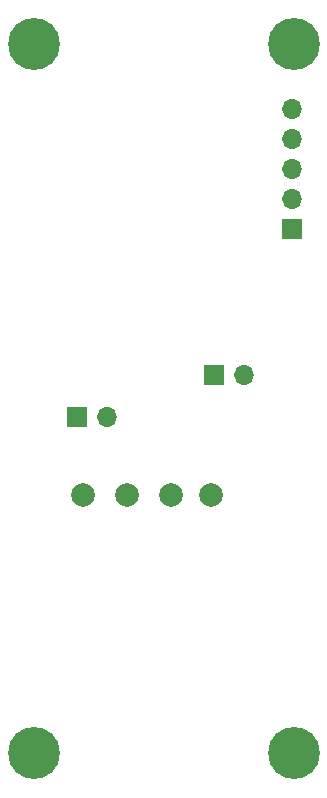
<source format=gbr>
%TF.GenerationSoftware,KiCad,Pcbnew,8.0.6*%
%TF.CreationDate,2024-12-19T09:16:50+01:00*%
%TF.ProjectId,Clicker_PCB,436c6963-6b65-4725-9f50-43422e6b6963,rev?*%
%TF.SameCoordinates,Original*%
%TF.FileFunction,Soldermask,Bot*%
%TF.FilePolarity,Negative*%
%FSLAX46Y46*%
G04 Gerber Fmt 4.6, Leading zero omitted, Abs format (unit mm)*
G04 Created by KiCad (PCBNEW 8.0.6) date 2024-12-19 09:16:50*
%MOMM*%
%LPD*%
G01*
G04 APERTURE LIST*
%ADD10C,0.700000*%
%ADD11C,4.400000*%
%ADD12R,1.700000X1.700000*%
%ADD13O,1.700000X1.700000*%
%ADD14C,2.000000*%
G04 APERTURE END LIST*
D10*
%TO.C,H1*%
X107650000Y-102275000D03*
X108133274Y-101108274D03*
X108133274Y-103441726D03*
X109300000Y-100625000D03*
D11*
X109300000Y-102275000D03*
D10*
X109300000Y-103925000D03*
X110466726Y-101108274D03*
X110466726Y-103441726D03*
X110950000Y-102275000D03*
%TD*%
D12*
%TO.C,BT1*%
X124525000Y-130249999D03*
D13*
X127065000Y-130249999D03*
%TD*%
D10*
%TO.C,H3*%
X107650000Y-162275000D03*
X108133274Y-161108274D03*
X108133274Y-163441726D03*
X109300000Y-160625000D03*
D11*
X109300000Y-162275000D03*
D10*
X109300000Y-163925000D03*
X110466726Y-161108274D03*
X110466726Y-163441726D03*
X110950000Y-162275000D03*
%TD*%
%TO.C,H2*%
X129650000Y-102275000D03*
X130133274Y-101108274D03*
X130133274Y-103441726D03*
X131300000Y-100625000D03*
D11*
X131300000Y-102275000D03*
D10*
X131300000Y-103925000D03*
X132466726Y-101108274D03*
X132466726Y-103441726D03*
X132950000Y-102275000D03*
%TD*%
D14*
%TO.C,TP5*%
X113425000Y-140400000D03*
%TD*%
D12*
%TO.C,SW1*%
X112975000Y-133800000D03*
D13*
X115515000Y-133800000D03*
%TD*%
D12*
%TO.C,J1*%
X131200000Y-117950000D03*
D13*
X131200000Y-115410000D03*
X131200000Y-112870001D03*
X131200000Y-110330000D03*
X131200000Y-107790000D03*
%TD*%
D10*
%TO.C,H4*%
X129650000Y-162275000D03*
X130133274Y-161108274D03*
X130133274Y-163441726D03*
X131300000Y-160625000D03*
D11*
X131300000Y-162275000D03*
D10*
X131300000Y-163925000D03*
X132466726Y-161108274D03*
X132466726Y-163441726D03*
X132950000Y-162275000D03*
%TD*%
D14*
%TO.C,TP7*%
X124275000Y-140400000D03*
%TD*%
%TO.C,TP4*%
X117175000Y-140400000D03*
%TD*%
%TO.C,TP6*%
X120925000Y-140400000D03*
%TD*%
M02*

</source>
